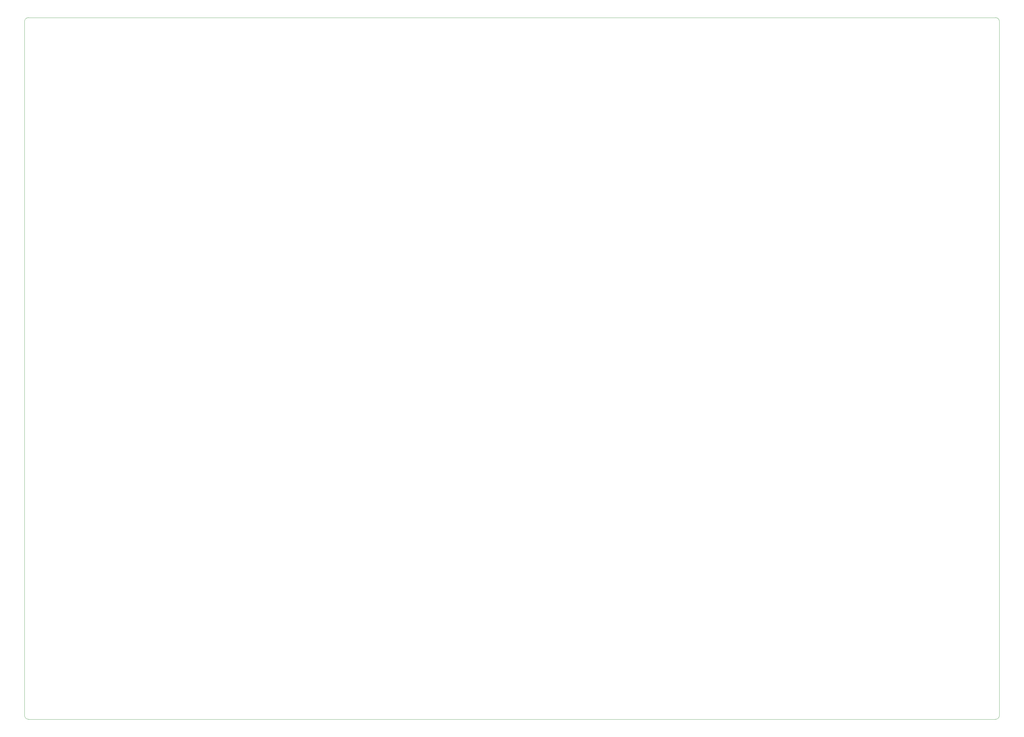
<source format=gbr>
%TF.GenerationSoftware,KiCad,Pcbnew,(6.0.8-1)-1*%
%TF.CreationDate,2022-10-23T23:44:37-04:00*%
%TF.ProjectId,chess-board-iot,63686573-732d-4626-9f61-72642d696f74,A*%
%TF.SameCoordinates,Original*%
%TF.FileFunction,Profile,NP*%
%FSLAX46Y46*%
G04 Gerber Fmt 4.6, Leading zero omitted, Abs format (unit mm)*
G04 Created by KiCad (PCBNEW (6.0.8-1)-1) date 2022-10-23 23:44:37*
%MOMM*%
%LPD*%
G01*
G04 APERTURE LIST*
%TA.AperFunction,Profile*%
%ADD10C,0.100000*%
%TD*%
G04 APERTURE END LIST*
D10*
X368300000Y-20320000D02*
X368299999Y-246380000D01*
X367030054Y-247668073D02*
X52070000Y-247650000D01*
X368300000Y-20320000D02*
G75*
G03*
X367030000Y-19050000I-1270000J0D01*
G01*
X52070027Y-19054136D02*
X367030000Y-19050000D01*
X367030054Y-247668073D02*
G75*
G03*
X368299999Y-246380000I-3754J1273773D01*
G01*
X50800000Y-246380000D02*
X50800000Y-20320000D01*
X50800000Y-246380000D02*
G75*
G03*
X52070000Y-247650000I1270000J0D01*
G01*
X52070027Y-19054166D02*
G75*
G03*
X50800000Y-20320000I8273J-1278334D01*
G01*
M02*

</source>
